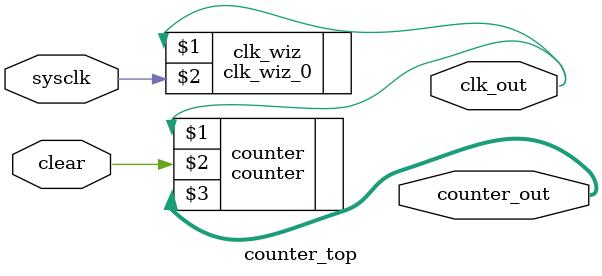
<source format=sv>
`timescale 1ns / 1ps

module counter_top(
    input wire  sysclk,
    input wire clear,
    output wire [7:0] counter_out,
    output wire clk_out
);
    
    counter counter(
        clk_out,
        clear,
        counter_out
    );
       
    clk_wiz_0 clk_wiz(
        clk_out,
        sysclk
    );
    
endmodule

</source>
